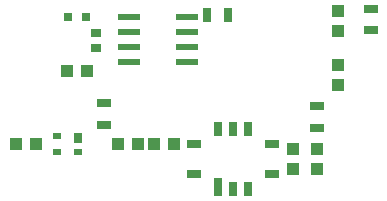
<source format=gtp>
G75*
%MOIN*%
%OFA0B0*%
%FSLAX24Y24*%
%IPPOS*%
%LPD*%
%AMOC8*
5,1,8,0,0,1.08239X$1,22.5*
%
%ADD10R,0.0780X0.0220*%
%ADD11R,0.0433X0.0394*%
%ADD12R,0.0394X0.0433*%
%ADD13R,0.0472X0.0315*%
%ADD14R,0.0315X0.0472*%
%ADD15R,0.0315X0.0354*%
%ADD16R,0.0315X0.0236*%
%ADD17R,0.0315X0.0630*%
%ADD18R,0.0354X0.0276*%
%ADD19R,0.0315X0.0315*%
D10*
X007710Y005930D03*
X007710Y006430D03*
X007710Y006930D03*
X007710Y007430D03*
X009650Y007430D03*
X009650Y006930D03*
X009650Y006430D03*
X009650Y005930D03*
D11*
X006315Y005630D03*
X005645Y005630D03*
X004615Y003180D03*
X003945Y003180D03*
X007345Y003180D03*
X008015Y003180D03*
X008545Y003180D03*
X009215Y003180D03*
D12*
X013180Y003015D03*
X013980Y003015D03*
X013980Y002345D03*
X013180Y002345D03*
X014680Y005145D03*
X014680Y005815D03*
X014680Y006945D03*
X014680Y007615D03*
D13*
X015780Y007684D03*
X015780Y006976D03*
X013980Y004434D03*
X013980Y003726D03*
X012483Y003180D03*
X012483Y002180D03*
X009877Y002180D03*
X009877Y003180D03*
X006880Y003826D03*
X006880Y004534D03*
D14*
X010680Y003680D03*
X011180Y003680D03*
X011680Y003680D03*
X011680Y001680D03*
X011180Y001680D03*
X011034Y007480D03*
X010326Y007480D03*
D15*
X006034Y003377D03*
D16*
X005326Y002924D03*
X006034Y002924D03*
X005326Y003436D03*
D17*
X010680Y001759D03*
D18*
X006630Y006374D03*
X006630Y006886D03*
D19*
X006275Y007430D03*
X005685Y007430D03*
M02*

</source>
